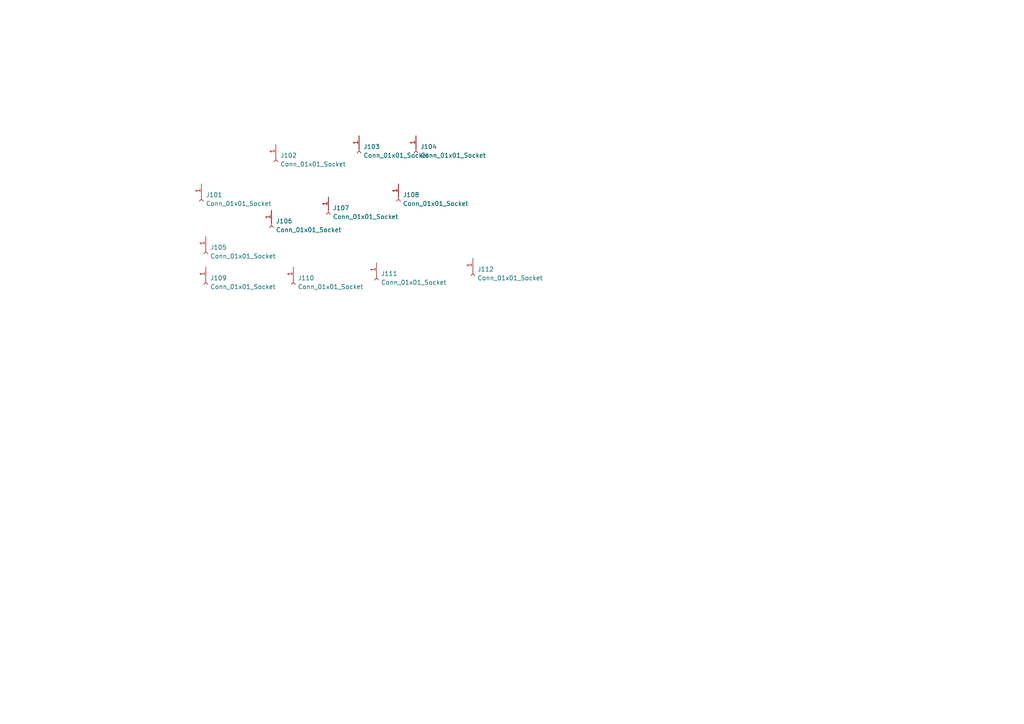
<source format=kicad_sch>
(kicad_sch (version 20230121) (generator eeschema)
  (paper "A4")
  (lib_symbols
    (symbol "Connector:Conn_01x01_Socket" (pin_names (offset 1.016) hide)
      (property "Reference" "J" (at 0 2.54 0))
      (property "Value" "Conn_01x01_Socket" (at 0 -2.54 0))
      (symbol "Conn_01x01_Socket_1_1"
        (polyline (pts (xy -1.27 0) (xy -0.508 0)) (stroke (width 0.1524)))
        (arc (start 0 0.508) (mid -0.5058 0) (end 0 -0.508) (stroke (width 0.1524)))
        (pin passive line (at -5.08 0 0) (length 3.81) (name "Pin_1") (number "1"))
      )
    )
  )
  (symbol (lib_id "Connector:Conn_01x01_Socket") (at 80.01 46.99 270) (unit 1)
    (property "Reference" "J102" (at 81.28 45.085 90) (effects (justify left)))
    (property "Value" "Conn_01x01_Socket" (at 81.28 47.625 90) (effects (justify left)))
    (property "Footprint" "Connector_PinSocket_2.54mm:PinSocket_1x01_P2.54mm_Vertical" (effects hide))
  )
  (symbol (lib_id "Connector:Conn_01x01_Socket") (at 59.69 73.66 270) (unit 1)
    (property "Reference" "J105" (at 60.96 71.755 90) (effects (justify left)))
    (property "Value" "Conn_01x01_Socket" (at 60.96 74.295 90) (effects (justify left)))
    (property "Footprint" "Connector_PinSocket_2.54mm:PinSocket_1x01_P2.54mm_Vertical" (effects hide))
  )
  (symbol (lib_id "Connector:Conn_01x01_Socket") (at 58.42 58.42 270) (unit 1)
    (property "Reference" "J101" (at 59.69 56.515 90) (effects (justify left)))
    (property "Value" "Conn_01x01_Socket" (at 59.69 59.055 90) (effects (justify left)))
    (property "Footprint" "Connector_PinSocket_2.54mm:PinSocket_1x01_P2.54mm_Vertical" (effects hide))
  )
  (symbol (lib_id "Connector:Conn_01x01_Socket") (at 137.16 80.01 270) (unit 1)
    (property "Reference" "J112" (at 138.43 78.105 90) (effects (justify left)))
    (property "Value" "Conn_01x01_Socket" (at 138.43 80.645 90) (effects (justify left)))
    (property "Footprint" "Connector_PinSocket_2.54mm:PinSocket_1x01_P2.54mm_Vertical" (effects hide))
  )
  (symbol (lib_id "Connector:Conn_01x01_Socket") (at 85.09 82.55 270) (unit 1)
    (property "Reference" "J110" (at 86.36 80.645 90) (effects (justify left)))
    (property "Value" "Conn_01x01_Socket" (at 86.36 83.185 90) (effects (justify left)))
    (property "Footprint" "Connector_PinSocket_2.54mm:PinSocket_1x01_P2.54mm_Vertical" (effects hide))
  )
  (symbol (lib_id "Connector:Conn_01x01_Socket") (at 115.57 58.42 270) (unit 1)
    (property "Reference" "J108" (at 116.84 56.515 90) (effects (justify left)))
    (property "Value" "Conn_01x01_Socket" (at 116.84 59.055 90) (effects (justify left)))
    (property "Footprint" "Connector_PinSocket_2.54mm:PinSocket_1x01_P2.54mm_Vertical" (effects hide))
  )
  (symbol (lib_id "Connector:Conn_01x01_Socket") (at 120.65 44.45 270) (unit 1)
    (property "Reference" "J104" (at 121.92 42.545 90) (effects (justify left)))
    (property "Value" "Conn_01x01_Socket" (at 121.92 45.085 90) (effects (justify left)))
    (property "Footprint" "Connector_PinSocket_2.54mm:PinSocket_1x01_P2.54mm_Vertical" (effects hide))
  )
  (symbol (lib_id "Connector:Conn_01x01_Socket") (at 95.25 62.23 270) (unit 1)
    (property "Reference" "J107" (at 96.52 60.325 90) (effects (justify left)))
    (property "Value" "Conn_01x01_Socket" (at 96.52 62.865 90) (effects (justify left)))
    (property "Footprint" "Connector_PinSocket_2.54mm:PinSocket_1x01_P2.54mm_Vertical" (effects hide))
  )
  (symbol (lib_id "Connector:Conn_01x01_Socket") (at 59.69 82.55 270) (unit 1)
    (property "Reference" "J109" (at 60.96 80.645 90) (effects (justify left)))
    (property "Value" "Conn_01x01_Socket" (at 60.96 83.185 90) (effects (justify left)))
    (property "Footprint" "Connector_PinSocket_2.54mm:PinSocket_1x01_P2.54mm_Vertical" (effects hide))
  )
  (symbol (lib_id "Connector:Conn_01x01_Socket") (at 78.74 66.04 270) (unit 1)
    (property "Reference" "J106" (at 80.01 64.135 90) (effects (justify left)))
    (property "Value" "Conn_01x01_Socket" (at 80.01 66.675 90) (effects (justify left)))
    (property "Footprint" "Connector_PinSocket_2.54mm:PinSocket_1x01_P2.54mm_Vertical" (effects hide))
  )
  (symbol (lib_id "Connector:Conn_01x01_Socket") (at 104.14 44.45 270) (unit 1)
    (property "Reference" "J103" (at 105.41 42.545 90) (effects (justify left)))
    (property "Value" "Conn_01x01_Socket" (at 105.41 45.085 90) (effects (justify left)))
    (property "Footprint" "Connector_PinSocket_2.54mm:PinSocket_1x01_P2.54mm_Vertical" (effects hide))
  )
  (symbol (lib_id "Connector:Conn_01x01_Socket") (at 109.22 81.28 270) (unit 1)
    (property "Reference" "J111" (at 110.49 79.375 90) (effects (justify left)))
    (property "Value" "Conn_01x01_Socket" (at 110.49 81.915 90) (effects (justify left)))
    (property "Footprint" "Connector_PinSocket_2.54mm:PinSocket_1x01_P2.54mm_Vertical" (effects hide))
  )
)
</source>
